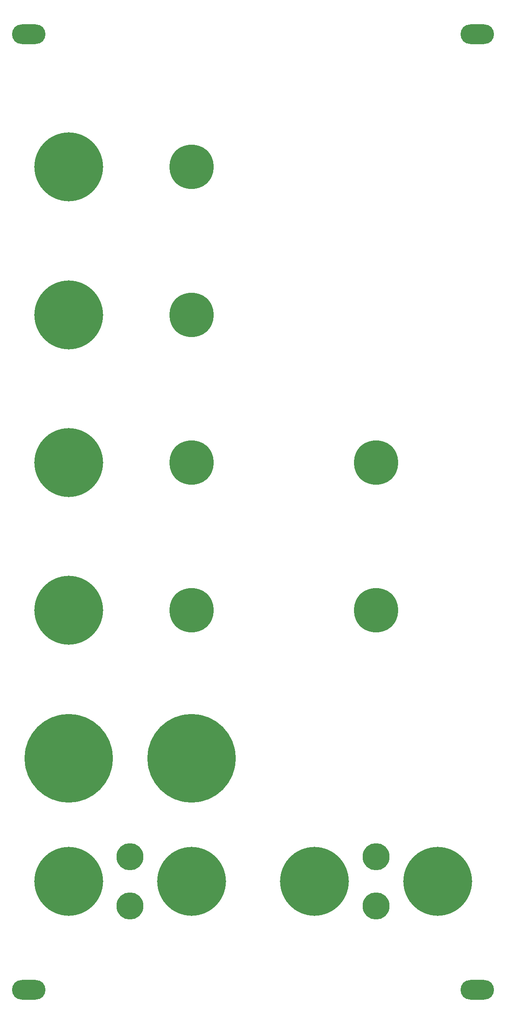
<source format=gbr>
G04 #@! TF.GenerationSoftware,KiCad,Pcbnew,5.1.12-84ad8e8a86~92~ubuntu20.04.1*
G04 #@! TF.CreationDate,2021-11-13T15:59:26-05:00*
G04 #@! TF.ProjectId,gearseq_panel,67656172-7365-4715-9f70-616e656c2e6b,rev?*
G04 #@! TF.SameCoordinates,Original*
G04 #@! TF.FileFunction,Copper,L2,Bot*
G04 #@! TF.FilePolarity,Positive*
%FSLAX46Y46*%
G04 Gerber Fmt 4.6, Leading zero omitted, Abs format (unit mm)*
G04 Created by KiCad (PCBNEW 5.1.12-84ad8e8a86~92~ubuntu20.04.1) date 2021-11-13 15:59:26*
%MOMM*%
%LPD*%
G01*
G04 APERTURE LIST*
G04 #@! TA.AperFunction,ComponentPad*
%ADD10O,6.800000X4.000000*%
G04 #@! TD*
G04 #@! TA.AperFunction,ComponentPad*
%ADD11C,9.000000*%
G04 #@! TD*
G04 #@! TA.AperFunction,ComponentPad*
%ADD12C,14.000000*%
G04 #@! TD*
G04 #@! TA.AperFunction,ComponentPad*
%ADD13C,5.500000*%
G04 #@! TD*
G04 #@! TA.AperFunction,ComponentPad*
%ADD14C,18.000000*%
G04 #@! TD*
G04 APERTURE END LIST*
D10*
X4400000Y-3000000D03*
X4400000Y-197000000D03*
X95600000Y-3000000D03*
X95600000Y-197000000D03*
D11*
X37500000Y-120000000D03*
X37500000Y-30000000D03*
X37500000Y-60000000D03*
X37500000Y-90000000D03*
D12*
X12500000Y-120000000D03*
X12500000Y-175000000D03*
X37500000Y-175000000D03*
X12500000Y-60000000D03*
X12500000Y-30000000D03*
X62500000Y-175000000D03*
X87500000Y-175000000D03*
D13*
X25000000Y-170000000D03*
X75000000Y-170000000D03*
X25000000Y-180000000D03*
X75000000Y-180000000D03*
D14*
X37500000Y-150000000D03*
X12500000Y-150000000D03*
D12*
X12500000Y-90000000D03*
D11*
X75000000Y-90000000D03*
X75000000Y-120000000D03*
M02*

</source>
